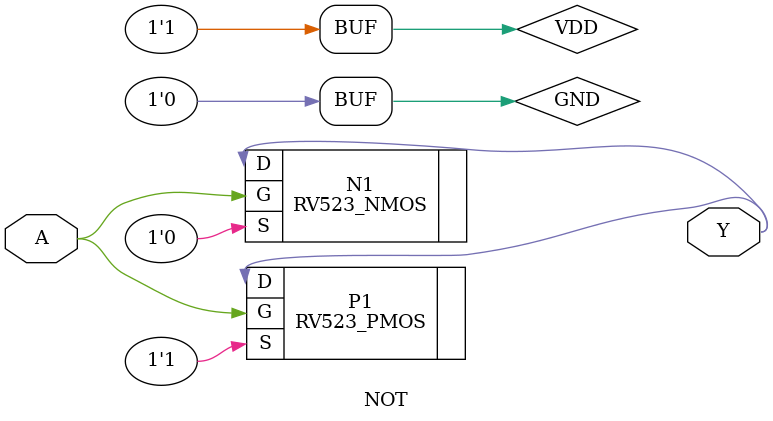
<source format=v>
module NOT(
    output Y,
    input A
);
    supply1 VDD;
    supply0 GND;

    RV523_NMOS N1(
        .S(GND),
        .D(Y),
        .G(A)
    );
    RV523_PMOS P1(
        .S(VDD),
        .D(Y),
        .G(A)
    );
endmodule
</source>
